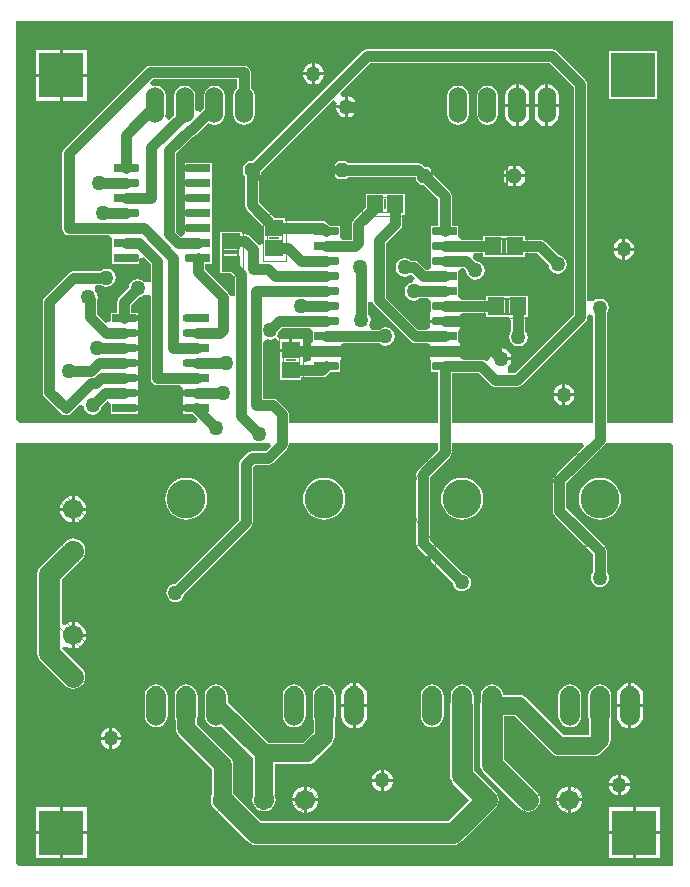
<source format=gtl>
%FSLAX24Y24*%
%MOIN*%
G70*
G01*
G75*
G04 Layer_Physical_Order=1*
G04 Layer_Color=255*
%ADD10R,0.0800X0.0260*%
%ADD11R,0.0520X0.0600*%
%ADD12R,0.0520X0.0630*%
%ADD13R,0.0600X0.0520*%
%ADD14R,0.0630X0.0520*%
%ADD15C,0.0350*%
%ADD16C,0.0700*%
%ADD17C,0.0600*%
%ADD18R,0.0079X0.0318*%
%ADD19R,0.0159X0.0476*%
%ADD20R,0.0318X0.0079*%
%ADD21R,0.0476X0.0159*%
%ADD22R,0.0079X0.0318*%
%ADD23C,0.0000*%
%ADD24C,0.0039*%
%ADD25C,0.0240*%
%ADD26C,0.0060*%
%ADD27C,0.0040*%
%ADD28R,0.0100X0.0240*%
%ADD29R,0.0450X0.0200*%
%ADD30R,0.0300X0.0575*%
%ADD31R,0.0295X0.0575*%
%ADD32R,0.0140X0.0560*%
%ADD33R,0.0575X0.0300*%
%ADD34R,0.0575X0.0295*%
%ADD35R,0.0580X0.0200*%
%ADD36R,0.0300X0.0750*%
%ADD37R,0.0560X0.0140*%
%ADD38C,0.0020*%
%ADD39R,0.1500X0.1500*%
G04:AMPARAMS|DCode=40|XSize=48mil|YSize=48mil|CornerRadius=0mil|HoleSize=0mil|Usage=FLASHONLY|Rotation=180.000|XOffset=0mil|YOffset=0mil|HoleType=Round|Shape=Octagon|*
%AMOCTAGOND40*
4,1,8,-0.0240,0.0120,-0.0240,-0.0120,-0.0120,-0.0240,0.0120,-0.0240,0.0240,-0.0120,0.0240,0.0120,0.0120,0.0240,-0.0120,0.0240,-0.0240,0.0120,0.0*
%
%ADD40OCTAGOND40*%

%ADD41C,0.1300*%
%ADD42O,0.0660X0.1320*%
%ADD43C,0.0670*%
%ADD44O,0.0600X0.1200*%
%ADD45C,0.0500*%
G36*
X19221Y18313D02*
Y14750D01*
X14509D01*
Y16421D01*
X15405D01*
X15788Y16038D01*
X15862Y15988D01*
X15950Y15971D01*
X16700D01*
X16788Y15988D01*
X16862Y16038D01*
X18962Y18138D01*
X19012Y18212D01*
X19029Y18300D01*
Y18339D01*
X19089Y18381D01*
X19221Y18313D01*
D02*
G37*
G36*
X21900Y14750D02*
X21900Y14750D01*
X19679D01*
Y18403D01*
X19733Y18483D01*
X19756Y18600D01*
X19733Y18717D01*
X19666Y18816D01*
X19567Y18883D01*
X19450Y18906D01*
X19333Y18883D01*
X19234Y18816D01*
X19059Y18825D01*
X19029Y18850D01*
Y26050D01*
X19012Y26138D01*
X18962Y26212D01*
X18012Y27162D01*
X17938Y27212D01*
X17850Y27229D01*
X11700D01*
X11612Y27212D01*
X11538Y27162D01*
X7866Y23490D01*
X7705D01*
X7560Y23345D01*
Y23055D01*
X7621Y22994D01*
Y22025D01*
X7638Y21937D01*
X7688Y21862D01*
X8250Y21300D01*
Y21060D01*
X8250Y20965D01*
Y20937D01*
Y20910D01*
X8250Y20815D01*
Y20770D01*
X8220Y20746D01*
X8062Y20712D01*
X7788Y20986D01*
X7714Y21036D01*
X7626Y21053D01*
X7515D01*
Y21134D01*
X6785D01*
Y20514D01*
X6785D01*
Y20380D01*
X6785D01*
Y19760D01*
X7136D01*
X7271Y19625D01*
Y19009D01*
X7121Y18994D01*
X7112Y19038D01*
X7062Y19112D01*
X6289Y19885D01*
Y20070D01*
X6510D01*
Y20420D01*
X6510Y20430D01*
Y20500D01*
Y20570D01*
X6510Y20580D01*
Y20920D01*
X6510Y20930D01*
Y21000D01*
Y21070D01*
X6510Y21080D01*
Y21420D01*
X6510Y21430D01*
Y21500D01*
Y21570D01*
X6510Y21580D01*
Y21920D01*
X6510Y21930D01*
Y22000D01*
Y22070D01*
X6510Y22080D01*
Y22420D01*
X6510Y22430D01*
Y22500D01*
Y22570D01*
X6510Y22580D01*
Y22920D01*
X6510Y22930D01*
Y23000D01*
Y23070D01*
X6510Y23080D01*
Y23430D01*
X5610D01*
Y23080D01*
X5610Y23070D01*
Y23000D01*
Y22930D01*
X5610Y22920D01*
Y22580D01*
X5610Y22570D01*
Y22500D01*
Y22430D01*
X5610Y22420D01*
Y22080D01*
X5610Y22070D01*
Y22000D01*
Y21930D01*
X5610Y21920D01*
Y21580D01*
X5610Y21570D01*
Y21500D01*
Y21430D01*
X5610Y21420D01*
Y21129D01*
X5610Y21070D01*
X5498Y20979D01*
X5495D01*
X5329Y21145D01*
Y23755D01*
X5881Y24307D01*
X5913Y24313D01*
X5988Y24363D01*
X6392Y24768D01*
X6463Y24720D01*
X6600Y24693D01*
X6737Y24720D01*
X6852Y24798D01*
X6930Y24913D01*
X6957Y25050D01*
Y25650D01*
X6930Y25787D01*
X6852Y25902D01*
X6737Y25980D01*
X6600Y26007D01*
X6463Y25980D01*
X6348Y25902D01*
X6270Y25787D01*
X6243Y25650D01*
Y25267D01*
X6115Y25139D01*
X5965Y25201D01*
Y25650D01*
X5938Y25787D01*
X5860Y25902D01*
X5744Y25980D01*
X5608Y26007D01*
X5471Y25980D01*
X5356Y25902D01*
X5278Y25787D01*
X5251Y25650D01*
Y25050D01*
X5255Y25030D01*
X5095Y24869D01*
X4965Y24952D01*
X4985Y25050D01*
Y25650D01*
X4958Y25787D01*
X4880Y25902D01*
X4764Y25980D01*
X4628Y26007D01*
X4522Y25986D01*
X4445Y26086D01*
X4434Y26110D01*
X4545Y26221D01*
X7355D01*
Y25918D01*
X7332Y25902D01*
X7255Y25787D01*
X7227Y25650D01*
Y25050D01*
X7255Y24913D01*
X7332Y24798D01*
X7448Y24720D01*
X7584Y24693D01*
X7721Y24720D01*
X7837Y24798D01*
X7914Y24913D01*
X7941Y25050D01*
Y25650D01*
X7914Y25787D01*
X7837Y25902D01*
X7814Y25918D01*
Y26450D01*
X7796Y26538D01*
X7746Y26612D01*
X7672Y26662D01*
X7584Y26679D01*
X4450D01*
X4362Y26662D01*
X4288Y26612D01*
X1588Y23912D01*
X1538Y23838D01*
X1521Y23750D01*
Y21250D01*
X1538Y21162D01*
X1588Y21088D01*
X1662Y21038D01*
X1750Y21021D01*
X3078D01*
X3190Y20930D01*
X3190Y20871D01*
Y20580D01*
X3190Y20570D01*
Y20500D01*
Y20430D01*
X3190Y20420D01*
Y20070D01*
X4090D01*
Y20223D01*
X4240Y20286D01*
X4471Y20055D01*
Y19500D01*
X4441Y19475D01*
X4266Y19466D01*
X4167Y19533D01*
X4050Y19556D01*
X3933Y19533D01*
X3834Y19466D01*
X3767Y19367D01*
X3749Y19273D01*
X3428Y18952D01*
X3378Y18878D01*
X3361Y18790D01*
Y18430D01*
X3140D01*
Y18147D01*
X2990Y18084D01*
X2679Y18395D01*
Y18828D01*
X2683Y18833D01*
X2706Y18950D01*
X2683Y19067D01*
X2616Y19166D01*
X2625Y19341D01*
X2650Y19371D01*
X2803D01*
X2883Y19317D01*
X3000Y19294D01*
X3117Y19317D01*
X3216Y19384D01*
X3283Y19483D01*
X3306Y19600D01*
X3283Y19717D01*
X3216Y19816D01*
X3117Y19883D01*
X3000Y19906D01*
X2883Y19883D01*
X2803Y19829D01*
X1900D01*
X1812Y19812D01*
X1738Y19762D01*
X938Y18962D01*
X888Y18888D01*
X871Y18800D01*
Y15800D01*
X888Y15712D01*
X938Y15638D01*
X1488Y15088D01*
X1562Y15038D01*
X1650Y15021D01*
X1738Y15038D01*
X1812Y15088D01*
X2098Y15374D01*
X2150Y15365D01*
X2251Y15315D01*
X2267Y15233D01*
X2334Y15134D01*
X2433Y15067D01*
X2550Y15044D01*
X2667Y15067D01*
X2766Y15134D01*
X2833Y15233D01*
X2851Y15327D01*
X3015Y15491D01*
X3140Y15403D01*
X3140Y15371D01*
Y15070D01*
X4040D01*
Y15420D01*
X4040Y15430D01*
Y15500D01*
Y15570D01*
X4040Y15580D01*
Y15930D01*
X4040D01*
Y16070D01*
X4040D01*
Y16430D01*
X4040D01*
Y16570D01*
X4040D01*
Y16930D01*
X4040D01*
X4040Y16930D01*
Y17070D01*
X4040D01*
X4040Y17070D01*
Y17420D01*
X4040Y17430D01*
Y17500D01*
Y17570D01*
X4040Y17580D01*
Y17920D01*
X4040Y17930D01*
Y18000D01*
Y18070D01*
X4040Y18080D01*
Y18430D01*
X3819D01*
Y18695D01*
X4073Y18949D01*
X4167Y18967D01*
X4266Y19034D01*
X4441Y19025D01*
X4471Y19000D01*
Y16250D01*
X4488Y16162D01*
X4538Y16088D01*
X4612Y16038D01*
X4700Y16021D01*
X5448D01*
X5560Y15930D01*
X5560Y15871D01*
Y15580D01*
X5560Y15570D01*
Y15500D01*
Y15430D01*
X5560Y15420D01*
Y15070D01*
X5856D01*
X6037Y14889D01*
X5980Y14750D01*
X106D01*
X0Y14856D01*
Y28150D01*
X0Y28150D01*
X21900D01*
Y14750D01*
D02*
G37*
G36*
X21900Y14029D02*
Y0D01*
X21900Y-0D01*
X71D01*
X-0Y71D01*
X0Y14100D01*
X8080D01*
X8100Y14097D01*
X8120Y14100D01*
X8445D01*
X8483Y14008D01*
X8305Y13829D01*
X7850D01*
X7762Y13812D01*
X7688Y13762D01*
X7488Y13562D01*
X7438Y13488D01*
X7421Y13400D01*
Y11545D01*
X5275Y9399D01*
X5222Y9392D01*
X5149Y9362D01*
X5086Y9314D01*
X5038Y9251D01*
X5008Y9178D01*
X4997Y9100D01*
X5008Y9022D01*
X5038Y8949D01*
X5086Y8886D01*
X5149Y8838D01*
X5222Y8808D01*
X5300Y8797D01*
X5378Y8808D01*
X5451Y8838D01*
X5514Y8886D01*
X5562Y8949D01*
X5592Y9022D01*
X5599Y9075D01*
X7812Y11288D01*
X7862Y11362D01*
X7879Y11450D01*
Y13305D01*
X7945Y13371D01*
X8400D01*
X8488Y13388D01*
X8562Y13438D01*
X9012Y13888D01*
X9062Y13962D01*
X9079Y14050D01*
Y14100D01*
X14051D01*
Y13875D01*
X13388Y13212D01*
X13338Y13138D01*
X13321Y13050D01*
Y10750D01*
X13338Y10662D01*
X13388Y10588D01*
X14551Y9425D01*
X14558Y9372D01*
X14588Y9299D01*
X14636Y9236D01*
X14699Y9188D01*
X14772Y9158D01*
X14850Y9147D01*
X14928Y9158D01*
X15001Y9188D01*
X15064Y9236D01*
X15112Y9299D01*
X15142Y9372D01*
X15153Y9450D01*
X15142Y9528D01*
X15112Y9601D01*
X15064Y9664D01*
X15001Y9712D01*
X14928Y9742D01*
X14875Y9749D01*
X13779Y10845D01*
Y12955D01*
X14442Y13618D01*
X14492Y13692D01*
X14509Y13780D01*
Y14100D01*
X18895D01*
X18933Y14008D01*
X17938Y13012D01*
X17888Y12938D01*
X17871Y12850D01*
Y11839D01*
X17888Y11751D01*
X17938Y11677D01*
X19221Y10394D01*
Y9794D01*
X19188Y9751D01*
X19158Y9678D01*
X19147Y9600D01*
X19158Y9522D01*
X19188Y9449D01*
X19236Y9386D01*
X19299Y9338D01*
X19372Y9308D01*
X19450Y9297D01*
X19528Y9308D01*
X19601Y9338D01*
X19664Y9386D01*
X19712Y9449D01*
X19742Y9522D01*
X19753Y9600D01*
X19742Y9678D01*
X19712Y9751D01*
X19679Y9794D01*
Y10489D01*
X19662Y10577D01*
X19612Y10651D01*
X18329Y11934D01*
Y12755D01*
X19612Y14038D01*
X19654Y14100D01*
X21829D01*
X21900Y14029D01*
D02*
G37*
G36*
X18571Y25955D02*
Y18395D01*
X16605Y16429D01*
X16399D01*
X16381Y16454D01*
X16402Y16648D01*
X16480Y16763D01*
X16497Y16850D01*
X16150D01*
Y16900D01*
X16100D01*
Y17247D01*
X16013Y17230D01*
X15898Y17152D01*
X15820Y17037D01*
X15793Y16900D01*
X15795Y16892D01*
X15676Y16820D01*
X15657Y16816D01*
X15588Y16862D01*
X15500Y16879D01*
X14913D01*
X14780Y16920D01*
X14780Y17029D01*
Y17100D01*
X13780D01*
Y16959D01*
X13780Y16923D01*
Y16920D01*
X13830Y16791D01*
X13830Y16770D01*
Y16470D01*
X14051D01*
Y14750D01*
X9079D01*
Y15050D01*
X9062Y15138D01*
X9012Y15212D01*
X8712Y15512D01*
X8638Y15562D01*
X8550Y15579D01*
X8229D01*
Y17456D01*
X8258Y17487D01*
X8379Y17558D01*
X8450Y17544D01*
X8567Y17567D01*
X8623Y17605D01*
X8750Y17510D01*
Y17240D01*
X9100D01*
Y17550D01*
X8790D01*
X8695Y17677D01*
X8733Y17733D01*
X8751Y17827D01*
X8845Y17921D01*
X9758D01*
X9870Y17830D01*
X9870Y17771D01*
Y17530D01*
X9870Y17509D01*
X9820Y17380D01*
Y17377D01*
X9820Y17341D01*
Y17200D01*
X10820D01*
Y17271D01*
X10820Y17380D01*
X10953Y17421D01*
X12103D01*
X12183Y17367D01*
X12300Y17344D01*
X12417Y17367D01*
X12516Y17434D01*
X12583Y17533D01*
X12606Y17650D01*
X12583Y17767D01*
X12516Y17866D01*
X12417Y17933D01*
X12300Y17956D01*
X12183Y17933D01*
X12103Y17879D01*
X11813D01*
X11807Y17887D01*
X11747Y18029D01*
X11783Y18083D01*
X11806Y18200D01*
X11783Y18317D01*
X11729Y18397D01*
Y18791D01*
X11879Y18806D01*
X11888Y18762D01*
X11938Y18688D01*
X13138Y17488D01*
X13212Y17438D01*
X13300Y17421D01*
X13647D01*
X13780Y17380D01*
X13780Y17271D01*
Y17200D01*
X14780D01*
Y17341D01*
X14780Y17377D01*
Y17380D01*
X14730Y17509D01*
X14730Y17530D01*
Y17770D01*
X14730Y17791D01*
X14780Y17920D01*
Y17923D01*
X14780Y17959D01*
Y18100D01*
X13780D01*
Y18029D01*
X13780Y17920D01*
X13647Y17879D01*
X13647Y17879D01*
X13395D01*
X12329Y18945D01*
Y20755D01*
X12797Y21222D01*
X12847Y21297D01*
X12864Y21385D01*
Y21700D01*
X12945D01*
Y22400D01*
X12420D01*
X12325Y22400D01*
X12297D01*
X12270D01*
X12175Y22400D01*
X11650D01*
Y21955D01*
X11238Y21543D01*
X11188Y21469D01*
X11171Y21381D01*
Y20879D01*
X10882D01*
X10770Y20970D01*
X10770Y21029D01*
Y21330D01*
X10464D01*
X10358Y21437D01*
X10283Y21487D01*
X10195Y21504D01*
X8950D01*
Y21585D01*
X8614D01*
X8079Y22120D01*
Y22994D01*
X8140Y23055D01*
Y23116D01*
X10548Y25524D01*
X10670Y25437D01*
X10653Y25350D01*
X10950D01*
Y25647D01*
X10863Y25630D01*
X10776Y25752D01*
X11795Y26771D01*
X17755D01*
X18571Y25955D01*
D02*
G37*
%LPC*%
G36*
X11207Y5289D02*
X10823D01*
Y5009D01*
X10838Y4897D01*
X10881Y4792D01*
X10950Y4702D01*
X11040Y4633D01*
X11145Y4590D01*
X11207Y4582D01*
Y5289D01*
D02*
G37*
G36*
X11691D02*
X11307D01*
Y4582D01*
X11369Y4590D01*
X11474Y4633D01*
X11564Y4702D01*
X11633Y4792D01*
X11676Y4897D01*
X11691Y5009D01*
Y5289D01*
D02*
G37*
G36*
X20400D02*
X20016D01*
Y5009D01*
X20031Y4897D01*
X20074Y4792D01*
X20143Y4702D01*
X20233Y4633D01*
X20338Y4590D01*
X20400Y4582D01*
Y5289D01*
D02*
G37*
G36*
X10257Y6052D02*
X10158Y6039D01*
X10065Y6001D01*
X9986Y5940D01*
X9925Y5861D01*
X9887Y5768D01*
X9874Y5669D01*
Y5009D01*
X9887Y4910D01*
X9904Y4868D01*
Y4453D01*
X9553Y4103D01*
X8396D01*
X7044Y5455D01*
Y5669D01*
X7031Y5768D01*
X6993Y5861D01*
X6932Y5940D01*
X6852Y6001D01*
X6760Y6039D01*
X6661Y6052D01*
X6561Y6039D01*
X6469Y6001D01*
X6390Y5940D01*
X6329Y5861D01*
X6290Y5768D01*
X6277Y5669D01*
Y5009D01*
X6290Y4910D01*
X6329Y4817D01*
X6390Y4738D01*
X6469Y4677D01*
X6561Y4639D01*
X6661Y4626D01*
X6760Y4639D01*
X6832Y4669D01*
X7897Y3603D01*
Y2364D01*
X7875Y2311D01*
X7862Y2211D01*
X7875Y2110D01*
X7914Y2016D01*
X7975Y1936D01*
X8056Y1874D01*
X8149Y1836D01*
X8250Y1822D01*
X8351Y1836D01*
X8444Y1874D01*
X8525Y1936D01*
X8586Y2016D01*
X8625Y2110D01*
X8638Y2211D01*
X8625Y2311D01*
X8603Y2364D01*
Y3397D01*
X9700D01*
X9791Y3409D01*
X9876Y3444D01*
X9949Y3500D01*
X10507Y4057D01*
X10507Y4057D01*
X10563Y4131D01*
X10598Y4216D01*
X10610Y4307D01*
Y4868D01*
X10627Y4910D01*
X10640Y5009D01*
Y5669D01*
X10627Y5768D01*
X10589Y5861D01*
X10528Y5940D01*
X10449Y6001D01*
X10356Y6039D01*
X10257Y6052D01*
D02*
G37*
G36*
X3496Y4200D02*
X3200D01*
Y3904D01*
X3241Y3909D01*
X3327Y3944D01*
X3400Y4000D01*
X3456Y4073D01*
X3491Y4159D01*
X3496Y4200D01*
D02*
G37*
G36*
X3100D02*
X2804D01*
X2809Y4159D01*
X2844Y4073D01*
X2900Y4000D01*
X2973Y3944D01*
X3059Y3909D01*
X3100Y3904D01*
Y4200D01*
D02*
G37*
G36*
X19450Y6052D02*
X19351Y6039D01*
X19258Y6001D01*
X19179Y5940D01*
X19118Y5861D01*
X19080Y5768D01*
X19067Y5669D01*
Y5009D01*
X19080Y4910D01*
X19097Y4868D01*
Y4353D01*
X18246D01*
X17011Y5589D01*
X16938Y5645D01*
X16852Y5680D01*
X16761Y5692D01*
X16234D01*
X16224Y5768D01*
X16185Y5861D01*
X16125Y5940D01*
X16045Y6001D01*
X15953Y6039D01*
X15854Y6052D01*
X15754Y6039D01*
X15662Y6001D01*
X15583Y5940D01*
X15522Y5861D01*
X15483Y5768D01*
X15470Y5669D01*
Y5459D01*
X15464Y5443D01*
X15450Y5339D01*
Y3407D01*
X15450Y3407D01*
X15464Y3303D01*
X15504Y3205D01*
X15568Y3122D01*
X16765Y1925D01*
X16848Y1861D01*
X16946Y1821D01*
X17050Y1807D01*
X17154Y1821D01*
X17252Y1861D01*
X17335Y1925D01*
X17399Y2009D01*
X17440Y2106D01*
X17453Y2211D01*
X17440Y2315D01*
X17399Y2412D01*
X17335Y2496D01*
X16257Y3574D01*
Y4986D01*
X16615D01*
X17850Y3750D01*
X17923Y3694D01*
X18009Y3659D01*
X18100Y3647D01*
X19250D01*
X19341Y3659D01*
X19427Y3694D01*
X19500Y3750D01*
X19700Y3950D01*
X19756Y4023D01*
X19791Y4109D01*
X19803Y4200D01*
Y4868D01*
X19820Y4910D01*
X19833Y5009D01*
Y5669D01*
X19820Y5768D01*
X19782Y5861D01*
X19721Y5940D01*
X19642Y6001D01*
X19549Y6039D01*
X19450Y6052D01*
D02*
G37*
G36*
X3200Y4596D02*
Y4300D01*
X3496D01*
X3491Y4341D01*
X3456Y4427D01*
X3400Y4500D01*
X3327Y4556D01*
X3241Y4591D01*
X3200Y4596D01*
D02*
G37*
G36*
X3100D02*
X3059Y4591D01*
X2973Y4556D01*
X2900Y4500D01*
X2844Y4427D01*
X2809Y4341D01*
X2804Y4300D01*
X3100D01*
Y4596D01*
D02*
G37*
G36*
X20884Y5289D02*
X20500D01*
Y4582D01*
X20562Y4590D01*
X20667Y4633D01*
X20757Y4702D01*
X20826Y4792D01*
X20869Y4897D01*
X20884Y5009D01*
Y5289D01*
D02*
G37*
G36*
X20500Y6096D02*
Y5389D01*
X20884D01*
Y5669D01*
X20869Y5781D01*
X20826Y5886D01*
X20757Y5976D01*
X20667Y6045D01*
X20562Y6088D01*
X20500Y6096D01*
D02*
G37*
G36*
X20400D02*
X20338Y6088D01*
X20233Y6045D01*
X20143Y5976D01*
X20074Y5886D01*
X20031Y5781D01*
X20016Y5669D01*
Y5389D01*
X20400D01*
Y6096D01*
D02*
G37*
G36*
X1889Y10914D02*
X1785Y10901D01*
X1688Y10860D01*
X1604Y10796D01*
X815Y10007D01*
X751Y9923D01*
X710Y9826D01*
X697Y9722D01*
X697Y9722D01*
Y7100D01*
X697Y7100D01*
X710Y6996D01*
X751Y6899D01*
X815Y6815D01*
X1604Y6026D01*
X1688Y5962D01*
X1785Y5921D01*
X1889Y5908D01*
X1994Y5921D01*
X2091Y5962D01*
X2175Y6026D01*
X2239Y6109D01*
X2279Y6207D01*
X2293Y6311D01*
X2279Y6415D01*
X2239Y6513D01*
X2175Y6596D01*
X1540Y7231D01*
X1535Y7257D01*
X1542Y7283D01*
X1654Y7322D01*
X1670Y7310D01*
X1776Y7266D01*
X1839Y7258D01*
Y7690D01*
Y8122D01*
X1776Y8114D01*
X1670Y8070D01*
X1603Y8019D01*
X1523Y8047D01*
X1503Y8063D01*
Y9555D01*
X2175Y10226D01*
X2239Y10309D01*
X2279Y10407D01*
X2293Y10511D01*
X2279Y10615D01*
X2239Y10713D01*
X2175Y10796D01*
X2091Y10860D01*
X1994Y10901D01*
X1889Y10914D01*
D02*
G37*
G36*
X1939Y8122D02*
Y7740D01*
X2322D01*
X2313Y7804D01*
X2269Y7909D01*
X2200Y8000D01*
X2109Y8070D01*
X2003Y8114D01*
X1939Y8122D01*
D02*
G37*
G36*
X2322Y7640D02*
X1939D01*
Y7258D01*
X2003Y7266D01*
X2109Y7310D01*
X2200Y7380D01*
X2269Y7471D01*
X2313Y7576D01*
X2322Y7640D01*
D02*
G37*
G36*
X11307Y6096D02*
Y5389D01*
X11691D01*
Y5669D01*
X11676Y5781D01*
X11633Y5886D01*
X11564Y5976D01*
X11474Y6045D01*
X11369Y6088D01*
X11307Y6096D01*
D02*
G37*
G36*
X9257Y6052D02*
X9158Y6039D01*
X9065Y6001D01*
X8986Y5940D01*
X8925Y5861D01*
X8887Y5768D01*
X8874Y5669D01*
Y5009D01*
X8887Y4910D01*
X8925Y4817D01*
X8986Y4738D01*
X9065Y4677D01*
X9158Y4639D01*
X9257Y4626D01*
X9356Y4639D01*
X9449Y4677D01*
X9528Y4738D01*
X9589Y4817D01*
X9627Y4910D01*
X9640Y5009D01*
Y5669D01*
X9627Y5768D01*
X9589Y5861D01*
X9528Y5940D01*
X9449Y6001D01*
X9356Y6039D01*
X9257Y6052D01*
D02*
G37*
G36*
X4661D02*
X4561Y6039D01*
X4469Y6001D01*
X4390Y5940D01*
X4329Y5861D01*
X4290Y5768D01*
X4277Y5669D01*
Y5009D01*
X4290Y4910D01*
X4329Y4817D01*
X4390Y4738D01*
X4469Y4677D01*
X4561Y4639D01*
X4661Y4626D01*
X4760Y4639D01*
X4852Y4677D01*
X4932Y4738D01*
X4993Y4817D01*
X5031Y4910D01*
X5044Y5009D01*
Y5669D01*
X5031Y5768D01*
X4993Y5861D01*
X4932Y5940D01*
X4852Y6001D01*
X4760Y6039D01*
X4661Y6052D01*
D02*
G37*
G36*
X13854D02*
X13754Y6039D01*
X13662Y6001D01*
X13583Y5940D01*
X13522Y5861D01*
X13483Y5768D01*
X13470Y5669D01*
Y5009D01*
X13483Y4910D01*
X13522Y4817D01*
X13583Y4738D01*
X13662Y4677D01*
X13754Y4639D01*
X13854Y4626D01*
X13953Y4639D01*
X14045Y4677D01*
X14125Y4738D01*
X14185Y4817D01*
X14224Y4910D01*
X14237Y5009D01*
Y5669D01*
X14224Y5768D01*
X14185Y5861D01*
X14125Y5940D01*
X14045Y6001D01*
X13953Y6039D01*
X13854Y6052D01*
D02*
G37*
G36*
X11207Y6096D02*
X11145Y6088D01*
X11040Y6045D01*
X10950Y5976D01*
X10881Y5886D01*
X10838Y5781D01*
X10823Y5669D01*
Y5389D01*
X11207D01*
Y6096D01*
D02*
G37*
G36*
X18450Y6052D02*
X18351Y6039D01*
X18258Y6001D01*
X18179Y5940D01*
X18118Y5861D01*
X18080Y5768D01*
X18067Y5669D01*
Y5009D01*
X18080Y4910D01*
X18118Y4817D01*
X18179Y4738D01*
X18258Y4677D01*
X18351Y4639D01*
X18450Y4626D01*
X18549Y4639D01*
X18642Y4677D01*
X18721Y4738D01*
X18782Y4817D01*
X18820Y4910D01*
X18833Y5009D01*
Y5669D01*
X18820Y5768D01*
X18782Y5861D01*
X18721Y5940D01*
X18642Y6001D01*
X18549Y6039D01*
X18450Y6052D01*
D02*
G37*
G36*
X12250Y3196D02*
Y2900D01*
X12546D01*
X12541Y2941D01*
X12506Y3027D01*
X12450Y3100D01*
X12377Y3156D01*
X12291Y3191D01*
X12250Y3196D01*
D02*
G37*
G36*
X14854Y6052D02*
X14754Y6039D01*
X14662Y6001D01*
X14583Y5940D01*
X14522Y5861D01*
X14483Y5768D01*
X14470Y5669D01*
Y5459D01*
X14464Y5443D01*
X14450Y5339D01*
Y3029D01*
X14450Y3029D01*
X14464Y2925D01*
X14504Y2827D01*
X14568Y2744D01*
X15101Y2211D01*
X14394Y1503D01*
X8150D01*
X7225Y2428D01*
Y3378D01*
X7213Y3469D01*
X7178Y3554D01*
X7122Y3628D01*
X6014Y4736D01*
Y4868D01*
X6031Y4910D01*
X6044Y5009D01*
Y5669D01*
X6031Y5768D01*
X5993Y5861D01*
X5932Y5940D01*
X5852Y6001D01*
X5760Y6039D01*
X5661Y6052D01*
X5561Y6039D01*
X5469Y6001D01*
X5390Y5940D01*
X5329Y5861D01*
X5290Y5768D01*
X5277Y5669D01*
Y5009D01*
X5290Y4910D01*
X5308Y4868D01*
Y4589D01*
X5320Y4498D01*
X5355Y4413D01*
X5411Y4340D01*
X6519Y3232D01*
Y2404D01*
X6482Y2315D01*
X6469Y2211D01*
X6482Y2106D01*
X6523Y2009D01*
X6587Y1925D01*
X7697Y815D01*
X7781Y751D01*
X7878Y710D01*
X7983Y697D01*
X14561D01*
X14561Y697D01*
X14666Y710D01*
X14763Y751D01*
X14847Y815D01*
X15957Y1925D01*
X16021Y2009D01*
X16062Y2106D01*
X16075Y2211D01*
X16062Y2315D01*
X16021Y2412D01*
X15957Y2496D01*
X15257Y3196D01*
Y5339D01*
X15243Y5443D01*
X15237Y5459D01*
Y5669D01*
X15224Y5768D01*
X15185Y5861D01*
X15125Y5940D01*
X15045Y6001D01*
X14953Y6039D01*
X14854Y6052D01*
D02*
G37*
G36*
X21450Y1950D02*
X20650D01*
Y1150D01*
X21450D01*
Y1950D01*
D02*
G37*
G36*
X20550D02*
X19750D01*
Y1150D01*
X20550D01*
Y1950D01*
D02*
G37*
G36*
X18380Y2161D02*
X17998D01*
X18006Y2097D01*
X18050Y1991D01*
X18120Y1900D01*
X18211Y1831D01*
X18316Y1787D01*
X18380Y1778D01*
Y2161D01*
D02*
G37*
G36*
X10062D02*
X9680D01*
Y1778D01*
X9744Y1787D01*
X9849Y1831D01*
X9940Y1900D01*
X10010Y1991D01*
X10054Y2097D01*
X10062Y2161D01*
D02*
G37*
G36*
X9580D02*
X9198D01*
X9206Y2097D01*
X9250Y1991D01*
X9320Y1900D01*
X9411Y1831D01*
X9516Y1787D01*
X9580Y1778D01*
Y2161D01*
D02*
G37*
G36*
X20550Y1050D02*
X19750D01*
Y250D01*
X20550D01*
Y1050D01*
D02*
G37*
G36*
X2350D02*
X1550D01*
Y250D01*
X2350D01*
Y1050D01*
D02*
G37*
G36*
X1450D02*
X650D01*
Y250D01*
X1450D01*
Y1050D01*
D02*
G37*
G36*
X2350Y1950D02*
X1550D01*
Y1150D01*
X2350D01*
Y1950D01*
D02*
G37*
G36*
X1450D02*
X650D01*
Y1150D01*
X1450D01*
Y1950D01*
D02*
G37*
G36*
X21450Y1050D02*
X20650D01*
Y250D01*
X21450D01*
Y1050D01*
D02*
G37*
G36*
X12546Y2800D02*
X12250D01*
Y2504D01*
X12291Y2509D01*
X12377Y2544D01*
X12450Y2600D01*
X12506Y2673D01*
X12541Y2759D01*
X12546Y2800D01*
D02*
G37*
G36*
X12150D02*
X11854D01*
X11859Y2759D01*
X11894Y2673D01*
X11950Y2600D01*
X12023Y2544D01*
X12109Y2509D01*
X12150Y2504D01*
Y2800D01*
D02*
G37*
G36*
X20446Y2650D02*
X20150D01*
Y2354D01*
X20191Y2359D01*
X20277Y2394D01*
X20350Y2450D01*
X20406Y2523D01*
X20441Y2609D01*
X20446Y2650D01*
D02*
G37*
G36*
X12150Y3196D02*
X12109Y3191D01*
X12023Y3156D01*
X11950Y3100D01*
X11894Y3027D01*
X11859Y2941D01*
X11854Y2900D01*
X12150D01*
Y3196D01*
D02*
G37*
G36*
X20150Y3046D02*
Y2750D01*
X20446D01*
X20441Y2791D01*
X20406Y2877D01*
X20350Y2950D01*
X20277Y3006D01*
X20191Y3041D01*
X20150Y3046D01*
D02*
G37*
G36*
X20050D02*
X20009Y3041D01*
X19923Y3006D01*
X19850Y2950D01*
X19794Y2877D01*
X19759Y2791D01*
X19754Y2750D01*
X20050D01*
Y3046D01*
D02*
G37*
G36*
X9680Y2643D02*
Y2261D01*
X10062D01*
X10054Y2324D01*
X10010Y2430D01*
X9940Y2521D01*
X9849Y2591D01*
X9744Y2634D01*
X9680Y2643D01*
D02*
G37*
G36*
X9580D02*
X9516Y2634D01*
X9411Y2591D01*
X9320Y2521D01*
X9250Y2430D01*
X9206Y2324D01*
X9198Y2261D01*
X9580D01*
Y2643D01*
D02*
G37*
G36*
X18862Y2161D02*
X18480D01*
Y1778D01*
X18544Y1787D01*
X18649Y1831D01*
X18740Y1900D01*
X18810Y1991D01*
X18854Y2097D01*
X18862Y2161D01*
D02*
G37*
G36*
X20050Y2650D02*
X19754D01*
X19759Y2609D01*
X19794Y2523D01*
X19850Y2450D01*
X19923Y2394D01*
X20009Y2359D01*
X20050Y2354D01*
Y2650D01*
D02*
G37*
G36*
X18480Y2643D02*
Y2261D01*
X18862D01*
X18854Y2324D01*
X18810Y2430D01*
X18740Y2521D01*
X18649Y2591D01*
X18544Y2634D01*
X18480Y2643D01*
D02*
G37*
G36*
X18380D02*
X18316Y2634D01*
X18211Y2591D01*
X18120Y2521D01*
X18050Y2430D01*
X18006Y2324D01*
X17998Y2261D01*
X18380D01*
Y2643D01*
D02*
G37*
G36*
X10950Y25250D02*
X10653D01*
X10670Y25163D01*
X10748Y25048D01*
X10863Y24970D01*
X10950Y24953D01*
Y25250D01*
D02*
G37*
G36*
X15700Y26007D02*
X15563Y25980D01*
X15448Y25902D01*
X15370Y25787D01*
X15343Y25650D01*
Y25050D01*
X15370Y24913D01*
X15448Y24798D01*
X15563Y24720D01*
X15700Y24693D01*
X15837Y24720D01*
X15952Y24798D01*
X16030Y24913D01*
X16057Y25050D01*
Y25650D01*
X16030Y25787D01*
X15952Y25902D01*
X15837Y25980D01*
X15700Y26007D01*
D02*
G37*
G36*
X11347Y25250D02*
X11050D01*
Y24953D01*
X11137Y24970D01*
X11252Y25048D01*
X11330Y25163D01*
X11347Y25250D01*
D02*
G37*
G36*
X16642Y26048D02*
X16536Y26027D01*
X16404Y25938D01*
X16315Y25806D01*
X16284Y25650D01*
Y25400D01*
X16642D01*
Y26048D01*
D02*
G37*
G36*
X11050Y25647D02*
Y25350D01*
X11347D01*
X11330Y25437D01*
X11252Y25552D01*
X11137Y25630D01*
X11050Y25647D01*
D02*
G37*
G36*
X14720Y26007D02*
X14583Y25980D01*
X14468Y25902D01*
X14390Y25787D01*
X14363Y25650D01*
Y25050D01*
X14390Y24913D01*
X14468Y24798D01*
X14583Y24720D01*
X14720Y24693D01*
X14857Y24720D01*
X14972Y24798D01*
X15050Y24913D01*
X15077Y25050D01*
Y25650D01*
X15050Y25787D01*
X14972Y25902D01*
X14857Y25980D01*
X14720Y26007D01*
D02*
G37*
G36*
X16642Y25300D02*
X16284D01*
Y25050D01*
X16315Y24894D01*
X16404Y24762D01*
X16536Y24673D01*
X16642Y24652D01*
Y25300D01*
D02*
G37*
G36*
X16770Y23340D02*
X16650D01*
Y23050D01*
X16940D01*
Y23170D01*
X16770Y23340D01*
D02*
G37*
G36*
X17100Y25300D02*
X16742D01*
Y24652D01*
X16848Y24673D01*
X16981Y24762D01*
X17069Y24894D01*
X17100Y25050D01*
Y25300D01*
D02*
G37*
G36*
X18084D02*
X17726D01*
Y24652D01*
X17832Y24673D01*
X17965Y24762D01*
X18053Y24894D01*
X18084Y25050D01*
Y25300D01*
D02*
G37*
G36*
X17626D02*
X17269D01*
Y25050D01*
X17300Y24894D01*
X17388Y24762D01*
X17520Y24673D01*
X17626Y24652D01*
Y25300D01*
D02*
G37*
G36*
X16742Y26048D02*
Y25400D01*
X17100D01*
Y25650D01*
X17069Y25806D01*
X16981Y25938D01*
X16848Y26027D01*
X16742Y26048D01*
D02*
G37*
G36*
X1450Y27200D02*
X650D01*
Y26400D01*
X1450D01*
Y27200D01*
D02*
G37*
G36*
X10247Y26350D02*
X9950D01*
Y26053D01*
X10037Y26070D01*
X10152Y26148D01*
X10230Y26263D01*
X10247Y26350D01*
D02*
G37*
G36*
X2350Y27200D02*
X1550D01*
Y26400D01*
X2350D01*
Y27200D01*
D02*
G37*
G36*
X9950Y26747D02*
Y26450D01*
X10247D01*
X10230Y26537D01*
X10152Y26652D01*
X10037Y26730D01*
X9950Y26747D01*
D02*
G37*
G36*
X9850D02*
X9763Y26730D01*
X9648Y26652D01*
X9570Y26537D01*
X9553Y26450D01*
X9850D01*
Y26747D01*
D02*
G37*
G36*
Y26350D02*
X9553D01*
X9570Y26263D01*
X9648Y26148D01*
X9763Y26070D01*
X9850Y26053D01*
Y26350D01*
D02*
G37*
G36*
X17726Y26048D02*
Y25400D01*
X18084D01*
Y25650D01*
X18053Y25806D01*
X17965Y25938D01*
X17832Y26027D01*
X17726Y26048D01*
D02*
G37*
G36*
X17626D02*
X17520Y26027D01*
X17388Y25938D01*
X17300Y25806D01*
X17269Y25650D01*
Y25400D01*
X17626D01*
Y26048D01*
D02*
G37*
G36*
X1450Y26300D02*
X650D01*
Y25500D01*
X1450D01*
Y26300D01*
D02*
G37*
G36*
X21350Y27150D02*
X19750D01*
Y25550D01*
X21350D01*
Y27150D01*
D02*
G37*
G36*
X2350Y26300D02*
X1550D01*
Y25500D01*
X2350D01*
Y26300D01*
D02*
G37*
G36*
X1939Y12322D02*
Y11940D01*
X2322D01*
X2313Y12004D01*
X2269Y12109D01*
X2200Y12200D01*
X2109Y12270D01*
X2003Y12314D01*
X1939Y12322D01*
D02*
G37*
G36*
X1839D02*
X1776Y12314D01*
X1670Y12270D01*
X1579Y12200D01*
X1509Y12109D01*
X1466Y12004D01*
X1457Y11940D01*
X1839D01*
Y12322D01*
D02*
G37*
G36*
X18200Y15650D02*
X17903D01*
X17920Y15563D01*
X17998Y15448D01*
X18113Y15370D01*
X18200Y15353D01*
Y15650D01*
D02*
G37*
G36*
Y16047D02*
X18113Y16030D01*
X17998Y15952D01*
X17920Y15837D01*
X17903Y15750D01*
X18200D01*
Y16047D01*
D02*
G37*
G36*
X18597Y15650D02*
X18300D01*
Y15353D01*
X18387Y15370D01*
X18502Y15448D01*
X18580Y15563D01*
X18597Y15650D01*
D02*
G37*
G36*
X19450Y12942D02*
X19313Y12929D01*
X19181Y12889D01*
X19059Y12824D01*
X18953Y12736D01*
X18865Y12630D01*
X18800Y12508D01*
X18760Y12376D01*
X18747Y12239D01*
X18760Y12102D01*
X18800Y11970D01*
X18865Y11848D01*
X18953Y11742D01*
X19059Y11654D01*
X19181Y11589D01*
X19313Y11549D01*
X19450Y11536D01*
X19587Y11549D01*
X19719Y11589D01*
X19841Y11654D01*
X19947Y11742D01*
X20035Y11848D01*
X20100Y11970D01*
X20140Y12102D01*
X20153Y12239D01*
X20140Y12376D01*
X20100Y12508D01*
X20035Y12630D01*
X19947Y12736D01*
X19841Y12824D01*
X19719Y12889D01*
X19587Y12929D01*
X19450Y12942D01*
D02*
G37*
G36*
X2322Y11840D02*
X1939D01*
Y11458D01*
X2003Y11466D01*
X2109Y11510D01*
X2200Y11580D01*
X2269Y11671D01*
X2313Y11776D01*
X2322Y11840D01*
D02*
G37*
G36*
X1839D02*
X1457D01*
X1466Y11776D01*
X1509Y11671D01*
X1579Y11580D01*
X1670Y11510D01*
X1776Y11466D01*
X1839Y11458D01*
Y11840D01*
D02*
G37*
G36*
X5661Y12942D02*
X5523Y12929D01*
X5391Y12889D01*
X5270Y12824D01*
X5163Y12736D01*
X5076Y12630D01*
X5011Y12508D01*
X4971Y12376D01*
X4957Y12239D01*
X4971Y12102D01*
X5011Y11970D01*
X5076Y11848D01*
X5163Y11742D01*
X5270Y11654D01*
X5391Y11589D01*
X5523Y11549D01*
X5661Y11536D01*
X5798Y11549D01*
X5930Y11589D01*
X6051Y11654D01*
X6158Y11742D01*
X6245Y11848D01*
X6310Y11970D01*
X6351Y12102D01*
X6364Y12239D01*
X6351Y12376D01*
X6310Y12508D01*
X6245Y12630D01*
X6158Y12736D01*
X6051Y12824D01*
X5930Y12889D01*
X5798Y12929D01*
X5661Y12942D01*
D02*
G37*
G36*
X14854D02*
X14716Y12929D01*
X14584Y12889D01*
X14463Y12824D01*
X14356Y12736D01*
X14269Y12630D01*
X14204Y12508D01*
X14164Y12376D01*
X14150Y12239D01*
X14164Y12102D01*
X14204Y11970D01*
X14269Y11848D01*
X14356Y11742D01*
X14463Y11654D01*
X14584Y11589D01*
X14716Y11549D01*
X14854Y11536D01*
X14991Y11549D01*
X15123Y11589D01*
X15244Y11654D01*
X15351Y11742D01*
X15438Y11848D01*
X15503Y11970D01*
X15543Y12102D01*
X15557Y12239D01*
X15543Y12376D01*
X15503Y12508D01*
X15438Y12630D01*
X15351Y12736D01*
X15244Y12824D01*
X15123Y12889D01*
X14991Y12929D01*
X14854Y12942D01*
D02*
G37*
G36*
X10257D02*
X10120Y12929D01*
X9988Y12889D01*
X9866Y12824D01*
X9760Y12736D01*
X9672Y12630D01*
X9607Y12508D01*
X9567Y12376D01*
X9554Y12239D01*
X9567Y12102D01*
X9607Y11970D01*
X9672Y11848D01*
X9760Y11742D01*
X9866Y11654D01*
X9988Y11589D01*
X10120Y11549D01*
X10257Y11536D01*
X10394Y11549D01*
X10526Y11589D01*
X10648Y11654D01*
X10754Y11742D01*
X10842Y11848D01*
X10907Y11970D01*
X10947Y12102D01*
X10960Y12239D01*
X10947Y12376D01*
X10907Y12508D01*
X10842Y12630D01*
X10754Y12736D01*
X10648Y12824D01*
X10526Y12889D01*
X10394Y12929D01*
X10257Y12942D01*
D02*
G37*
G36*
X18300Y16047D02*
Y15750D01*
X18597D01*
X18580Y15837D01*
X18502Y15952D01*
X18387Y16030D01*
X18300Y16047D01*
D02*
G37*
G36*
X20300Y20897D02*
Y20600D01*
X20597D01*
X20580Y20687D01*
X20502Y20802D01*
X20387Y20880D01*
X20300Y20897D01*
D02*
G37*
G36*
X20200D02*
X20113Y20880D01*
X19998Y20802D01*
X19920Y20687D01*
X19903Y20600D01*
X20200D01*
Y20897D01*
D02*
G37*
G36*
X16550Y22950D02*
X16260D01*
Y22830D01*
X16430Y22660D01*
X16550D01*
Y22950D01*
D02*
G37*
G36*
Y23340D02*
X16430D01*
X16260Y23170D01*
Y23050D01*
X16550D01*
Y23340D01*
D02*
G37*
G36*
X16940Y22950D02*
X16650D01*
Y22660D01*
X16770D01*
X16940Y22830D01*
Y22950D01*
D02*
G37*
G36*
X20597Y20500D02*
X20300D01*
Y20203D01*
X20387Y20220D01*
X20502Y20298D01*
X20580Y20413D01*
X20597Y20500D01*
D02*
G37*
G36*
X16200Y17247D02*
Y16950D01*
X16497D01*
X16480Y17037D01*
X16402Y17152D01*
X16287Y17230D01*
X16200Y17247D01*
D02*
G37*
G36*
X9550Y17140D02*
X8750D01*
Y16955D01*
X8750Y16894D01*
Y16830D01*
X8800Y16701D01*
Y16680D01*
Y16205D01*
X9500D01*
Y16286D01*
X10185D01*
X10273Y16303D01*
X10348Y16353D01*
X10464Y16470D01*
X10770D01*
Y16770D01*
X10770Y16791D01*
X10820Y16920D01*
Y16923D01*
X10820Y16959D01*
Y17100D01*
X9820D01*
Y16959D01*
X9820Y16923D01*
Y16920D01*
X9830Y16895D01*
X9780Y16822D01*
X9596Y16796D01*
X9550Y16830D01*
Y16892D01*
X9550Y16955D01*
Y17140D01*
D02*
G37*
G36*
Y17550D02*
X9200D01*
Y17240D01*
X9550D01*
Y17550D01*
D02*
G37*
G36*
X20200Y20500D02*
X19903D01*
X19920Y20413D01*
X19998Y20298D01*
X20113Y20220D01*
X20200Y20203D01*
Y20500D01*
D02*
G37*
G36*
X10995Y23490D02*
X10705D01*
X10560Y23345D01*
Y23055D01*
X10705Y22910D01*
X10995D01*
X11056Y22971D01*
X13305D01*
X13310Y22966D01*
Y22855D01*
X13455Y22710D01*
X13566D01*
X14051Y22225D01*
Y21330D01*
X13830D01*
Y20980D01*
X13830Y20970D01*
Y20900D01*
Y20830D01*
X13830Y20820D01*
Y20480D01*
X13830Y20470D01*
Y20400D01*
Y20330D01*
X13830Y20320D01*
Y20029D01*
X13830Y19970D01*
X13718Y19879D01*
X13718Y19879D01*
X13645D01*
X13412Y20112D01*
X13338Y20162D01*
X13250Y20179D01*
X13147D01*
X13067Y20233D01*
X12950Y20256D01*
X12833Y20233D01*
X12734Y20166D01*
X12667Y20067D01*
X12644Y19950D01*
X12667Y19833D01*
X12734Y19734D01*
X12833Y19667D01*
X12950Y19644D01*
X13067Y19667D01*
X13147Y19721D01*
X13155D01*
X13274Y19602D01*
X13265Y19550D01*
X13215Y19449D01*
X13133Y19433D01*
X13034Y19366D01*
X12967Y19267D01*
X12944Y19150D01*
X12967Y19033D01*
X13034Y18934D01*
X13133Y18867D01*
X13250Y18844D01*
X13367Y18867D01*
X13447Y18921D01*
X13718D01*
X13830Y18830D01*
X13830Y18771D01*
Y18530D01*
X13830Y18509D01*
X13780Y18380D01*
Y18377D01*
X13780Y18341D01*
Y18200D01*
X14780D01*
Y18271D01*
X14780Y18380D01*
X14913Y18421D01*
X15666D01*
Y18285D01*
X16270D01*
X16286Y18285D01*
X16351D01*
X16422Y18282D01*
X16501Y18162D01*
Y17817D01*
X16447Y17737D01*
X16424Y17620D01*
X16447Y17503D01*
X16514Y17404D01*
X16613Y17337D01*
X16730Y17314D01*
X16847Y17337D01*
X16946Y17404D01*
X17013Y17503D01*
X17036Y17620D01*
X17013Y17737D01*
X16959Y17817D01*
Y18285D01*
X17040D01*
Y19015D01*
X16436D01*
X16420Y19015D01*
X16353D01*
X16286D01*
X16270Y19015D01*
X15666D01*
Y18879D01*
X14842D01*
X14730Y18970D01*
X14730Y19029D01*
Y19320D01*
X14730Y19330D01*
Y19400D01*
Y19470D01*
X14730Y19480D01*
Y19771D01*
X14730Y19830D01*
X14842Y19921D01*
X14842Y19921D01*
X14905D01*
X14999Y19827D01*
X15017Y19733D01*
X15084Y19634D01*
X15183Y19567D01*
X15300Y19544D01*
X15417Y19567D01*
X15516Y19634D01*
X15583Y19733D01*
X15606Y19850D01*
X15583Y19967D01*
X15516Y20066D01*
X15417Y20133D01*
X15323Y20151D01*
X15204Y20271D01*
X15263Y20421D01*
X15566D01*
Y20285D01*
X16170D01*
X16186Y20285D01*
X16253D01*
X16320D01*
X16336Y20285D01*
X16940D01*
Y20421D01*
X17355D01*
X17749Y20027D01*
X17767Y19933D01*
X17834Y19834D01*
X17933Y19767D01*
X18050Y19744D01*
X18167Y19767D01*
X18266Y19834D01*
X18333Y19933D01*
X18356Y20050D01*
X18333Y20167D01*
X18266Y20266D01*
X18167Y20333D01*
X18073Y20351D01*
X17612Y20812D01*
X17538Y20862D01*
X17450Y20879D01*
X16940D01*
Y21015D01*
X16336D01*
X16320Y21015D01*
X16253D01*
X16186D01*
X16170Y21015D01*
X15566D01*
Y20879D01*
X14842D01*
X14730Y20970D01*
X14730Y21029D01*
Y21330D01*
X14509D01*
Y22320D01*
X14492Y22408D01*
X14442Y22482D01*
X13890Y23034D01*
Y23145D01*
X13745Y23290D01*
X13634D01*
X13562Y23362D01*
X13488Y23412D01*
X13400Y23429D01*
X11056D01*
X10995Y23490D01*
D02*
G37*
%LPD*%
D10*
X6010Y15250D02*
D03*
X3590D02*
D03*
X6010Y15750D02*
D03*
Y16250D02*
D03*
X3590Y15750D02*
D03*
Y16250D02*
D03*
X6010Y16750D02*
D03*
X3590D02*
D03*
X6010Y17250D02*
D03*
Y17750D02*
D03*
X3590Y17250D02*
D03*
Y17750D02*
D03*
X6010Y18250D02*
D03*
X3590D02*
D03*
X6060Y20250D02*
D03*
X3640D02*
D03*
X6060Y20750D02*
D03*
Y21250D02*
D03*
X3640Y20750D02*
D03*
Y21250D02*
D03*
X6060Y21750D02*
D03*
X3640D02*
D03*
X6060Y22250D02*
D03*
Y22750D02*
D03*
X3640Y22250D02*
D03*
Y22750D02*
D03*
X6060Y23250D02*
D03*
X3640D02*
D03*
X14280Y16650D02*
D03*
Y17150D02*
D03*
X10320Y16650D02*
D03*
Y17150D02*
D03*
X14280Y21150D02*
D03*
Y20650D02*
D03*
Y20150D02*
D03*
Y19650D02*
D03*
Y19150D02*
D03*
Y18650D02*
D03*
Y18150D02*
D03*
Y17650D02*
D03*
X10320D02*
D03*
Y18150D02*
D03*
Y18650D02*
D03*
Y19150D02*
D03*
Y19650D02*
D03*
Y20150D02*
D03*
Y20650D02*
D03*
Y21150D02*
D03*
D11*
X11960Y22050D02*
D03*
X12635D02*
D03*
D12*
X16630Y20650D02*
D03*
X15876D02*
D03*
X16730Y18650D02*
D03*
X15976D02*
D03*
D13*
X9150Y17190D02*
D03*
Y16515D02*
D03*
X8600Y20600D02*
D03*
Y21275D02*
D03*
D14*
X7150Y20070D02*
D03*
Y20824D02*
D03*
D15*
X6060Y19790D02*
Y20250D01*
Y19790D02*
X6900Y18950D01*
Y17850D02*
Y18950D01*
X6800Y17750D02*
X6900Y17850D01*
X6010Y17750D02*
X6800D01*
X7150Y20070D02*
X7500Y19720D01*
X1750Y21250D02*
X3640D01*
X1750D02*
Y23750D01*
X2900Y21750D02*
X3640D01*
X1900Y19600D02*
X3000D01*
X1100Y18800D02*
X1900Y19600D01*
X1100Y15800D02*
Y18800D01*
Y15800D02*
X1650Y15250D01*
X2500Y16100D01*
X2666D01*
X2816Y16250D01*
X3590D01*
X2550Y15350D02*
X2950Y15750D01*
X3590D01*
X15950Y16200D02*
X16700D01*
X15500Y16650D02*
X15950Y16200D01*
X14280Y16650D02*
X15500D01*
X16700Y16200D02*
X18800Y18300D01*
X13100Y17150D02*
X14280D01*
X12900Y16950D02*
X13100Y17150D01*
X11950Y16950D02*
X12900D01*
X11750Y17150D02*
X11950Y16950D01*
X10320Y17150D02*
X11750D01*
X10320Y17650D02*
X12300D01*
X15750Y17300D02*
X15900Y17150D01*
X16150Y16900D01*
X14280Y17150D02*
X15900D01*
X14280Y18150D02*
X15350D01*
X15750Y17750D01*
Y17300D02*
Y17750D01*
X6010Y15750D02*
X6900D01*
X6000Y15250D02*
X6650Y14600D01*
X3000Y17750D02*
X3590D01*
X2450Y18300D02*
X3000Y17750D01*
X2450Y18300D02*
Y18900D01*
X2400Y18950D02*
X2450Y18900D01*
X2750Y22750D02*
X3640D01*
X1750Y23750D02*
X4450Y26450D01*
X2750Y16750D02*
X3590D01*
X2500Y16500D02*
X2750Y16750D01*
X1750Y16500D02*
X2500D01*
X11000Y25300D02*
X11400D01*
X5300Y9100D02*
X7650Y11450D01*
Y13400D01*
X7850Y13600D01*
X7500Y15000D02*
X8100Y14400D01*
X7500Y15000D02*
Y19720D01*
X8400Y13600D02*
X8850Y14050D01*
X7850Y13600D02*
X8400D01*
X8850Y14050D02*
Y15050D01*
X8550Y15350D02*
X8850Y15050D01*
X8000Y15350D02*
Y17628D01*
Y15350D02*
X8550D01*
X7975Y17653D02*
X8000Y17628D01*
X8750Y18150D02*
X10320D01*
X9150Y17190D02*
X9190Y17150D01*
X10320D01*
X13550Y10750D02*
X14850Y9450D01*
X13550Y10750D02*
Y13050D01*
X14280Y13780D01*
Y16650D01*
X15000Y20150D02*
X15300Y19850D01*
X14280Y20150D02*
X15000D01*
X16730Y17620D02*
Y18650D01*
X19450Y14200D02*
Y18600D01*
X18100Y12850D02*
X19450Y14200D01*
X18100Y11839D02*
Y12850D01*
Y11839D02*
X19450Y10489D01*
Y9600D02*
Y10489D01*
X17450Y20650D02*
X18050Y20050D01*
X18800Y18300D02*
Y26050D01*
X17850Y27000D02*
X18800Y26050D01*
X16630Y20650D02*
X17450D01*
X7900Y19900D02*
X8374D01*
X7900D02*
Y20550D01*
X8374Y19900D02*
X8624Y19650D01*
X7975Y17653D02*
Y18047D01*
X8000Y18072D01*
Y19150D01*
X8450Y17850D02*
X8750Y18150D01*
X8000Y19150D02*
X10320D01*
X7626Y20824D02*
X7900Y20550D01*
X7150Y20824D02*
X7626D01*
X7850Y23200D02*
X7900D01*
X11700Y27000D01*
X17850D01*
X11500Y18200D02*
Y19950D01*
X13550Y19650D02*
X14280D01*
X13250Y19950D02*
X13550Y19650D01*
X12950Y19950D02*
X13250D01*
X11450D02*
X11500D01*
X12100Y18850D02*
Y20850D01*
X6000Y15250D02*
X6010D01*
X12100Y20850D02*
X12635Y21385D01*
Y22050D01*
X11400Y21381D02*
X11960Y21941D01*
X11400Y20750D02*
Y21381D01*
X11300Y20650D02*
X11400Y20750D01*
X11960Y21941D02*
Y22050D01*
X12100Y18850D02*
X13300Y17650D01*
X10320Y20650D02*
X11300D01*
X13250Y19150D02*
X14280D01*
X6010Y16750D02*
X7000D01*
X2700Y17250D02*
X3590D01*
X9500Y18650D02*
X10320D01*
X10185Y16515D02*
X10320Y16650D01*
X9150Y16515D02*
X10185D01*
X8624Y19650D02*
X10320D01*
X3590Y18250D02*
Y18790D01*
X4050Y19250D01*
X3640Y22250D02*
X4500D01*
Y23950D01*
X5608Y25058D01*
Y25350D01*
X5825Y24525D02*
X6600Y25300D01*
X5775Y24525D02*
X5825D01*
X5100Y23850D02*
X5775Y24525D01*
X5100Y21050D02*
Y23850D01*
X6600Y25300D02*
Y25350D01*
X5233Y17250D02*
Y20267D01*
X4250Y21250D02*
X5233Y20267D01*
X3640Y21250D02*
X4250D01*
X4700Y16250D02*
Y20150D01*
X4100Y20750D02*
X4700Y20150D01*
X3640Y20750D02*
X4100D01*
X4700Y16250D02*
X6010D01*
X5233Y17250D02*
X6010D01*
X5100Y21050D02*
X5400Y20750D01*
X6060D01*
X4450Y26450D02*
X7584D01*
Y25350D02*
Y26450D01*
X3640Y23250D02*
Y24362D01*
X4628Y25350D01*
X13300Y17650D02*
X14280D01*
X9500Y20150D02*
X10320D01*
X9050Y20600D02*
X9500Y20150D01*
X8600Y20600D02*
X9050D01*
X7850Y22025D02*
X8600Y21275D01*
X7850Y22025D02*
Y23200D01*
X13400D02*
X13600Y23000D01*
X10850Y23200D02*
X13400D01*
X14280Y21150D02*
Y22320D01*
X13600Y23000D02*
X14280Y22320D01*
X10195Y21275D02*
X10320Y21150D01*
X8600Y21275D02*
X10195D01*
X14280Y20650D02*
X15876D01*
X14280Y18650D02*
X15976D01*
D16*
X1100Y7100D02*
X1889Y6311D01*
X1100Y7100D02*
Y9722D01*
X1889Y10511D01*
X14561Y1100D02*
X15672Y2211D01*
X7983Y1100D02*
X14561D01*
X6872Y2211D02*
X7983Y1100D01*
X15854Y3407D02*
X17050Y2211D01*
X15854Y3407D02*
Y5339D01*
X14854Y3029D02*
X15672Y2211D01*
X14854Y3029D02*
Y5339D01*
D17*
X19450Y4200D02*
Y5339D01*
X15854D02*
X16761D01*
X18100Y4000D01*
X19250D01*
X19450Y4200D01*
X8250Y3750D02*
X9700D01*
X10257Y4307D01*
Y5339D01*
X8250Y2211D02*
Y3750D01*
X6661Y5339D02*
X8250Y3750D01*
X5661Y4589D02*
Y5339D01*
Y4589D02*
X6872Y3378D01*
Y2211D02*
Y3378D01*
D18*
X12300Y22049D02*
D03*
D19*
X16251Y20652D02*
D03*
X16351Y18652D02*
D03*
X3349Y9102D02*
D03*
X9579Y9302D02*
D03*
D20*
X9149Y16850D02*
D03*
X3201Y7160D02*
D03*
X8601Y20940D02*
D03*
D21*
X13548Y9929D02*
D03*
X7152Y20449D02*
D03*
D22*
X16235Y24099D02*
D03*
D23*
X7311Y12239D02*
G03*
X7311Y12239I-1650J0D01*
G01*
X11907D02*
G03*
X11907Y12239I-1650J0D01*
G01*
X16504D02*
G03*
X16504Y12239I-1650J0D01*
G01*
X21100D02*
G03*
X21100Y12239I-1650J0D01*
G01*
X7311D02*
G03*
X7311Y12239I-1650J0D01*
G01*
X11907D02*
G03*
X11907Y12239I-1650J0D01*
G01*
X16504D02*
G03*
X16504Y12239I-1650J0D01*
G01*
X21100D02*
G03*
X21100Y12239I-1650J0D01*
G01*
D24*
X19317Y8485D02*
X20183D01*
X19317Y7915D02*
X20183D01*
Y8485D01*
X19317Y7915D02*
Y8485D01*
X14717Y8735D02*
X15583D01*
X14717Y8165D02*
X15583D01*
Y8735D01*
X14717Y8165D02*
Y8735D01*
X5962Y7715D02*
X6828D01*
X5962Y8285D02*
X6828D01*
X5962Y7715D02*
Y8285D01*
X6828Y7715D02*
Y8285D01*
X19750Y8003D02*
Y8397D01*
X19553Y8200D02*
X19947D01*
X19199Y8515D02*
X20301D01*
X19199Y7885D02*
X20301D01*
Y8515D01*
X19199Y7885D02*
Y8515D01*
X15150Y8253D02*
Y8647D01*
X14953Y8450D02*
X15347D01*
X14599Y8765D02*
X15701D01*
X14599Y8135D02*
X15701D01*
Y8765D01*
X14599Y8135D02*
Y8765D01*
X6395Y7803D02*
Y8197D01*
X6198Y8000D02*
X6592D01*
X5844Y7685D02*
X6946D01*
X5844Y8315D02*
X6946D01*
X5844Y7685D02*
Y8315D01*
X6946Y7685D02*
Y8315D01*
D25*
X7850Y23200D02*
X8000D01*
X10700D02*
X10850D01*
X13600Y23000D02*
X13750D01*
X16450D02*
X16600D01*
D26*
X8100Y22850D02*
Y23550D01*
X10600Y22850D02*
Y23550D01*
X13850Y22650D02*
Y23350D01*
X16350Y22650D02*
Y23350D01*
X15970Y20400D02*
X16530D01*
X15970Y20900D02*
X16530D01*
X16070Y18400D02*
X16630D01*
X16070Y18900D02*
X16630D01*
X13800Y9650D02*
Y10210D01*
X13300Y9650D02*
Y10210D01*
X3070Y8850D02*
X3630D01*
X3070Y9350D02*
X3630D01*
X9300Y9050D02*
X9860D01*
X9300Y9550D02*
X9860D01*
X15550Y25500D02*
X15850D01*
X15550Y25200D02*
X15850Y25500D01*
X15550D02*
X15850Y25200D01*
X15550D02*
Y25500D01*
Y25200D02*
X15850D01*
Y25500D01*
X14570D02*
X14870D01*
X14570Y25200D02*
X14870Y25500D01*
X14570D02*
X14870Y25200D01*
X14570D02*
Y25500D01*
Y25200D02*
X14870D01*
Y25500D01*
X17524D02*
X17824Y25200D01*
X17524D02*
X17824Y25500D01*
X17524D02*
X17824D01*
Y25200D02*
Y25500D01*
X17524Y25200D02*
X17824D01*
X17524D02*
Y25500D01*
X16533Y25200D02*
X16833Y25500D01*
X16533D02*
X16833Y25200D01*
Y25500D01*
X16533Y25200D02*
X16833D01*
X16533D02*
Y25500D01*
X16833D01*
X6900Y20170D02*
Y20730D01*
X7400Y20170D02*
Y20730D01*
X5458Y25500D02*
X5758D01*
X5458Y25200D02*
X5758Y25500D01*
X5458D02*
X5758Y25200D01*
X5458D02*
Y25500D01*
Y25200D02*
X5758D01*
Y25500D01*
X4478D02*
X4778D01*
X4478Y25200D02*
X4778Y25500D01*
X4478D02*
X4778Y25200D01*
X4478D02*
Y25500D01*
Y25200D02*
X4778D01*
Y25500D01*
X7431D02*
X7732Y25200D01*
X7431D02*
X7732Y25500D01*
X7431D02*
X7732D01*
Y25200D02*
Y25500D01*
X7431Y25200D02*
X7732D01*
X7431D02*
Y25500D01*
X6441Y25200D02*
X6741Y25500D01*
X6441D02*
X6741Y25200D01*
Y25500D01*
X6441Y25200D02*
X6741D01*
X6441D02*
Y25500D01*
X6741D01*
D27*
X12150Y22310D02*
X12440D01*
X12150Y21790D02*
X12450D01*
X9410Y16710D02*
Y17000D01*
X8890Y16700D02*
Y17000D01*
X2940Y7020D02*
Y7310D01*
X3460Y7010D02*
Y7310D01*
X9350Y1736D02*
X10110Y2490D01*
X9160Y1931D02*
X9910Y2690D01*
X7970Y1736D02*
X8730Y2490D01*
X7775Y1931D02*
X8530Y2690D01*
X6592Y1736D02*
X7344Y2490D01*
X6397Y1931D02*
X7152Y2690D01*
X18150Y1736D02*
X18910Y2490D01*
X17960Y1931D02*
X18710Y2690D01*
X16770Y1736D02*
X17530Y2490D01*
X16575Y1931D02*
X17330Y2690D01*
X15392Y1736D02*
X16144Y2490D01*
X15197Y1931D02*
X15952Y2690D01*
X1610Y12370D02*
X2364Y11610D01*
X1410Y12170D02*
X2169Y11420D01*
X1610Y10983D02*
X2364Y10231D01*
X1410Y10791D02*
X2169Y10036D01*
X1610Y8170D02*
X2364Y7410D01*
X1410Y7970D02*
X2169Y7220D01*
X1610Y6783D02*
X2364Y6031D01*
X1410Y6591D02*
X2169Y5836D01*
X8340Y20790D02*
Y21080D01*
X8860Y20790D02*
Y21090D01*
X16094Y24360D02*
X16385D01*
X16085Y23840D02*
X16385D01*
D28*
X8050Y23200D02*
D03*
X10650D02*
D03*
X13800Y23000D02*
D03*
X16400D02*
D03*
D29*
X3805Y15250D02*
D03*
Y15750D02*
D03*
Y16250D02*
D03*
X5795Y15250D02*
D03*
Y15750D02*
D03*
Y16250D02*
D03*
Y18250D02*
D03*
Y17750D02*
D03*
Y17250D02*
D03*
X3805Y16750D02*
D03*
X3815Y17250D02*
D03*
X3805Y17750D02*
D03*
Y18250D02*
D03*
X5795Y16750D02*
D03*
X3855Y20250D02*
D03*
Y20750D02*
D03*
Y21250D02*
D03*
X5845Y20250D02*
D03*
Y20750D02*
D03*
Y21250D02*
D03*
Y23250D02*
D03*
Y22750D02*
D03*
Y22250D02*
D03*
X3855Y21750D02*
D03*
X3865Y22250D02*
D03*
X3855Y22750D02*
D03*
Y23250D02*
D03*
X5845Y21750D02*
D03*
D30*
X12010Y22048D02*
D03*
X16525Y24097D02*
D03*
D31*
X12582Y22048D02*
D03*
X15952Y24097D02*
D03*
D32*
X16590Y20650D02*
D03*
X15910D02*
D03*
X16690Y18650D02*
D03*
X16010D02*
D03*
X3010Y9100D02*
D03*
X3690D02*
D03*
X9240Y9300D02*
D03*
X9920D02*
D03*
D33*
X9147Y17140D02*
D03*
X3203Y7450D02*
D03*
X8602Y20650D02*
D03*
D34*
X9147Y16568D02*
D03*
X3203Y6878D02*
D03*
X8602Y21222D02*
D03*
D35*
X10490Y16650D02*
D03*
Y17150D02*
D03*
X14110Y16650D02*
D03*
Y17150D02*
D03*
Y17650D02*
D03*
Y18150D02*
D03*
Y18650D02*
D03*
Y19150D02*
D03*
Y19650D02*
D03*
Y20150D02*
D03*
Y20650D02*
D03*
Y21150D02*
D03*
X10490Y17650D02*
D03*
Y18150D02*
D03*
Y18650D02*
D03*
Y19150D02*
D03*
Y19650D02*
D03*
Y20150D02*
D03*
Y20650D02*
D03*
Y21150D02*
D03*
D36*
X6661Y5614D02*
D03*
X5661D02*
D03*
X4661D02*
D03*
X11257D02*
D03*
X10257D02*
D03*
X9257D02*
D03*
X15854D02*
D03*
X14854D02*
D03*
X13854D02*
D03*
X20450D02*
D03*
X19450D02*
D03*
X18450D02*
D03*
D37*
X13550Y9590D02*
D03*
Y10270D02*
D03*
X7150Y20110D02*
D03*
Y20790D02*
D03*
D38*
X11520Y21660D02*
Y22437D01*
X13077Y21660D02*
Y22437D01*
X11520D02*
X13077D01*
X11520Y21660D02*
X13077D01*
X17030Y20263D02*
Y21040D01*
X15473Y20263D02*
Y21040D01*
Y20263D02*
X17030D01*
X15473Y21040D02*
X17030D01*
X17130Y18263D02*
Y19040D01*
X15573Y18263D02*
Y19040D01*
Y18263D02*
X17130D01*
X15573Y19040D02*
X17130D01*
X8760Y17630D02*
X9537D01*
X8760Y16073D02*
X9537D01*
Y17630D01*
X8760Y16073D02*
Y17630D01*
X13160Y9150D02*
X13937D01*
X13160Y10707D02*
X13937D01*
Y9150D02*
Y10707D01*
X13160Y9150D02*
Y10707D01*
X2570Y8713D02*
Y9490D01*
X4127Y8713D02*
Y9490D01*
X2570Y8713D02*
X4127D01*
X2570Y9490D02*
X4127D01*
X2813Y7940D02*
X3590D01*
X2813Y6383D02*
X3590D01*
X2813D02*
Y7940D01*
X3590Y6383D02*
Y7940D01*
X8800Y8913D02*
Y9690D01*
X10357Y8913D02*
Y9690D01*
X8800Y8913D02*
X10357D01*
X8800Y9690D02*
X10357D01*
X8213Y20160D02*
X8990D01*
X8213Y21717D02*
X8990D01*
X8213Y20160D02*
Y21717D01*
X8990Y20160D02*
Y21717D01*
X6763Y19670D02*
X7540D01*
X6763Y21227D02*
X7540D01*
X6763Y19670D02*
Y21227D01*
X7540Y19670D02*
Y21227D01*
X17015Y23710D02*
Y24487D01*
X15458Y23710D02*
Y24487D01*
X17015D01*
X15458Y23710D02*
X17015D01*
D39*
X20600Y1100D02*
D03*
X1500D02*
D03*
X20550Y26350D02*
D03*
X1500D02*
D03*
D40*
X7850Y23200D02*
D03*
X10850D02*
D03*
X13600Y23000D02*
D03*
X16600D02*
D03*
D41*
X5661Y12239D02*
D03*
X10257D02*
D03*
X14854D02*
D03*
X19450D02*
D03*
D42*
X6661Y5339D02*
D03*
X5661D02*
D03*
X4661D02*
D03*
X11257D02*
D03*
X10257D02*
D03*
X9257D02*
D03*
X15854D02*
D03*
X14854D02*
D03*
X13854D02*
D03*
X20450D02*
D03*
X19450D02*
D03*
X18450D02*
D03*
D43*
X9630Y2211D02*
D03*
X8250D02*
D03*
X6872D02*
D03*
X18430D02*
D03*
X17050D02*
D03*
X15672D02*
D03*
X1889Y11890D02*
D03*
Y10511D02*
D03*
Y7690D02*
D03*
Y6311D02*
D03*
D44*
X14720Y25350D02*
D03*
X15700D02*
D03*
X17676D02*
D03*
X16692D02*
D03*
X4628D02*
D03*
X5608D02*
D03*
X7584D02*
D03*
X6600D02*
D03*
D45*
X20100Y2700D02*
D03*
X12200Y2850D02*
D03*
X3150Y4250D02*
D03*
X20250Y20550D02*
D03*
X18250Y15700D02*
D03*
X2900Y21750D02*
D03*
X3000Y19600D02*
D03*
X2550Y15350D02*
D03*
X12300Y17650D02*
D03*
X16150Y16900D02*
D03*
X6900Y15750D02*
D03*
X6650Y14600D02*
D03*
X2400Y18950D02*
D03*
X2750Y22750D02*
D03*
X1750Y16500D02*
D03*
X9900Y26400D02*
D03*
X11000Y25300D02*
D03*
X5300Y9100D02*
D03*
X8100Y14400D02*
D03*
X14850Y9450D02*
D03*
X15300Y19850D02*
D03*
X16730Y17620D02*
D03*
X19450Y9600D02*
D03*
Y18600D02*
D03*
X18050Y20050D02*
D03*
X8450Y17850D02*
D03*
X12950Y19950D02*
D03*
X11450D02*
D03*
X11500Y18200D02*
D03*
X13250Y19150D02*
D03*
X7000Y16750D02*
D03*
X2700Y17250D02*
D03*
X9500Y18650D02*
D03*
X4050Y19250D02*
D03*
M02*

</source>
